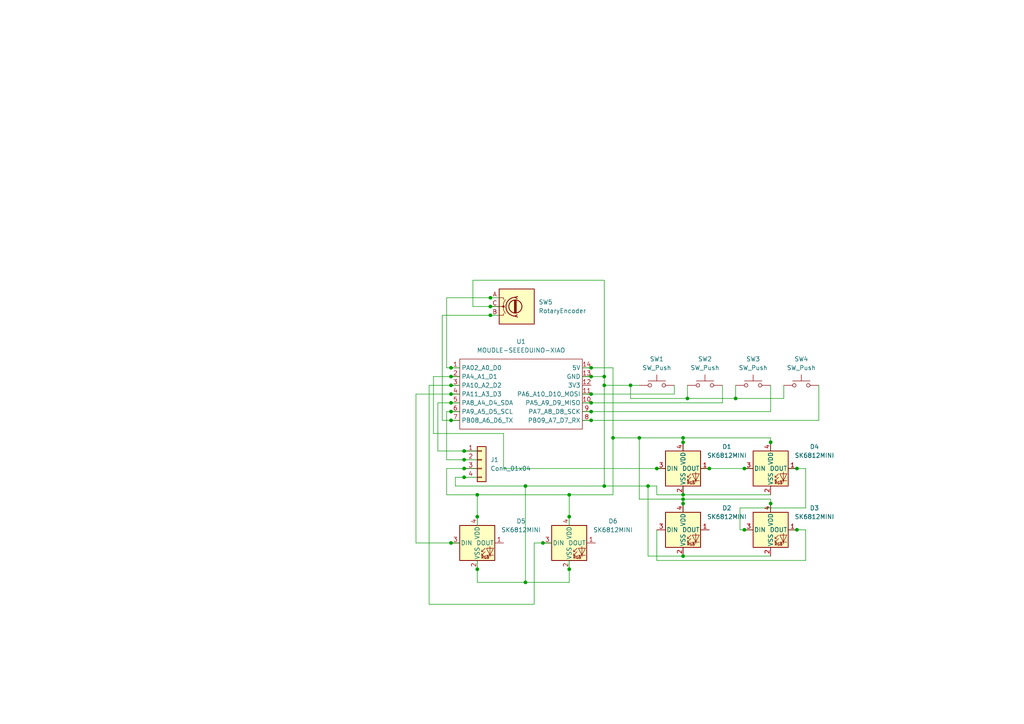
<source format=kicad_sch>
(kicad_sch (version 20231120) (generator "eeschema") (generator_version "8.0")
  (paper "A4")
  (lib_symbols
    (symbol "Connector_Generic:Conn_01x04" (pin_names (offset 1.016) hide)
      (property "Reference" "J" (at 0 5.08 0))
      (property "Value" "Conn_01x04" (at 0 -7.62 0))
      (symbol "Conn_01x04_1_1"
        (rectangle (start -1.27 -4.953) (end 0 -5.207) (stroke (width 0.1524)))
        (rectangle (start -1.27 -2.413) (end 0 -2.667) (stroke (width 0.1524)))
        (rectangle (start -1.27 0.127) (end 0 -0.127) (stroke (width 0.1524)))
        (rectangle (start -1.27 2.667) (end 0 2.413) (stroke (width 0.1524)))
        (rectangle (start -1.27 3.81) (end 1.27 -6.35) (stroke (width 0.254)) (fill (type background)))
        (pin passive line (at -5.08 2.54 0) (length 3.81) (name "Pin_1") (number "1"))
        (pin passive line (at -5.08 0 0) (length 3.81) (name "Pin_2") (number "2"))
        (pin passive line (at -5.08 -2.54 0) (length 3.81) (name "Pin_3") (number "3"))
        (pin passive line (at -5.08 -5.08 0) (length 3.81) (name "Pin_4") (number "4"))
      )
    )
    (symbol "Device:RotaryEncoder" (pin_names (offset 0.254) hide)
      (property "Reference" "SW" (at 0 6.604 0))
      (property "Value" "RotaryEncoder" (at 0 -6.604 0))
      (symbol "RotaryEncoder_0_1"
        (rectangle (start -5.08 5.08) (end 5.08 -5.08) (stroke (width 0.254)) (fill (type background)))
        (circle (center -3.81 0) (radius 0.254) (fill (type outline)))
        (circle (center -0.381 0) (radius 1.905) (stroke (width 0.254)))
        (arc (start -0.381 2.667) (mid -3.0988 -0.0635) (end -0.381 -2.794) (stroke (width 0.254)))
        (polyline (pts (xy -0.635 -1.778) (xy -0.635 1.778)) (stroke (width 0.254)))
        (polyline (pts (xy -0.381 -1.778) (xy -0.381 1.778)) (stroke (width 0.254)))
        (polyline (pts (xy -0.127 1.778) (xy -0.127 -1.778)) (stroke (width 0.254)))
        (polyline (pts (xy -5.08 -2.54) (xy -3.81 -2.54) (xy -3.81 -2.032)))
        (polyline (pts (xy -5.08 2.54) (xy -3.81 2.54) (xy -3.81 2.032)))
        (polyline (pts (xy 0.254 -3.048) (xy -0.508 -2.794) (xy 0.127 -2.413)) (stroke (width 0.254)))
        (polyline (pts (xy 0.254 2.921) (xy -0.508 2.667) (xy 0.127 2.286)) (stroke (width 0.254)))
        (polyline (pts (xy -5.08 0) (xy -3.81 0) (xy -3.81 -1.016) (xy -3.302 -2.032)))
        (polyline (pts (xy -4.318 0) (xy -3.81 0) (xy -3.81 1.016) (xy -3.302 2.032)))
      )
      (symbol "RotaryEncoder_1_1"
        (pin passive line (at -7.62 2.54 0) (length 2.54) (name "A") (number "A"))
        (pin passive line (at -7.62 -2.54 0) (length 2.54) (name "B") (number "B"))
        (pin passive line (at -7.62 0 0) (length 2.54) (name "C") (number "C"))
      )
    )
    (symbol "LED:SK6812MINI" (pin_names (offset 0.254))
      (property "Reference" "D" (at 5.08 5.715 0))
      (property "Value" "SK6812MINI" (at 1.27 -5.715 0))
      (symbol "SK6812MINI_0_0"
        (text "RGB" (at 2.286 -4.191 0) (effects (font (size 0.762 0.762))))
      )
      (symbol "SK6812MINI_0_1"
        (polyline (pts (xy 1.27 -3.556) (xy 1.778 -3.556)))
        (polyline (pts (xy 1.27 -2.54) (xy 1.778 -2.54)))
        (polyline (pts (xy 4.699 -3.556) (xy 2.667 -3.556)))
        (polyline (pts (xy 2.286 -2.54) (xy 1.27 -3.556) (xy 1.27 -3.048)))
        (polyline (pts (xy 2.286 -1.524) (xy 1.27 -2.54) (xy 1.27 -2.032)))
        (polyline (pts (xy 3.683 -1.016) (xy 3.683 -3.556) (xy 3.683 -4.064)))
        (polyline (pts (xy 4.699 -1.524) (xy 2.667 -1.524) (xy 3.683 -3.556) (xy 4.699 -1.524)))
        (rectangle (start 5.08 5.08) (end -5.08 -5.08) (stroke (width 0.254)) (fill (type background)))
      )
      (symbol "SK6812MINI_1_1"
        (pin output line (at 7.62 0 180) (length 2.54) (name "DOUT") (number "1"))
        (pin power_in line (at 0 -7.62 90) (length 2.54) (name "VSS") (number "2"))
        (pin input line (at -7.62 0 0) (length 2.54) (name "DIN") (number "3"))
        (pin power_in line (at 0 7.62 270) (length 2.54) (name "VDD") (number "4"))
      )
    )
    (symbol "Switch:SW_Push" (pin_numbers hide) (pin_names (offset 1.016) hide)
      (property "Reference" "SW" (at 1.27 2.54 0))
      (property "Value" "SW_Push" (at 0 -1.524 0))
      (symbol "SW_Push_0_1"
        (circle (center -2.032 0) (radius 0.508))
        (polyline (pts (xy 0 1.27) (xy 0 3.048)))
        (polyline (pts (xy 2.54 1.27) (xy -2.54 1.27)))
        (circle (center 2.032 0) (radius 0.508))
        (pin passive line (at -5.08 0 0) (length 2.54) (name "1") (number "1"))
        (pin passive line (at 5.08 0 180) (length 2.54) (name "2") (number "2"))
      )
    )
    (symbol "XIAO:MOUDLE-SEEEDUINO-XIAO"
      (property "Reference" "U" (at -16.51 11.43 0))
      (property "Value" "MOUDLE-SEEEDUINO-XIAO" (at -3.81 -11.43 0))
      (symbol "MOUDLE-SEEEDUINO-XIAO_0_1"
        (rectangle (start -16.51 10.16) (end 19.05 -10.16))
      )
      (symbol "MOUDLE-SEEEDUINO-XIAO_1_1"
        (pin passive line (at -19.05 7.62 0) (length 2.54) (name "PA02_A0_D0") (number "1"))
        (pin passive line (at 21.59 -2.54 180) (length 2.54) (name "PA5_A9_D9_MISO") (number "10"))
        (pin passive line (at 21.59 0 180) (length 2.54) (name "PA6_A10_D10_MOSI") (number "11"))
        (pin passive line (at 21.59 2.54 180) (length 2.54) (name "3V3") (number "12"))
        (pin passive line (at 21.59 5.08 180) (length 2.54) (name "GND") (number "13"))
        (pin passive line (at 21.59 7.62 180) (length 2.54) (name "5V") (number "14"))
        (pin passive line (at -19.05 5.08 0) (length 2.54) (name "PA4_A1_D1") (number "2"))
        (pin passive line (at -19.05 2.54 0) (length 2.54) (name "PA10_A2_D2") (number "3"))
        (pin passive line (at -19.05 0 0) (length 2.54) (name "PA11_A3_D3") (number "4"))
        (pin passive line (at -19.05 -2.54 0) (length 2.54) (name "PA8_A4_D4_SDA") (number "5"))
        (pin passive line (at -19.05 -5.08 0) (length 2.54) (name "PA9_A5_D5_SCL") (number "6"))
        (pin passive line (at -19.05 -7.62 0) (length 2.54) (name "PB08_A6_D6_TX") (number "7"))
        (pin passive line (at 21.59 -7.62 180) (length 2.54) (name "PB09_A7_D7_RX") (number "8"))
        (pin passive line (at 21.59 -5.08 180) (length 2.54) (name "PA7_A8_D8_SCK") (number "9"))
      )
    )
  )
  (junction (at 142.24 88.9))
  (junction (at 171.45 114.3))
  (junction (at 199.39 115.57))
  (junction (at 223.52 146.05))
  (junction (at 130.81 111.76))
  (junction (at 175.26 111.76))
  (junction (at 171.45 106.68))
  (junction (at 185.42 127))
  (junction (at 215.9 153.67))
  (junction (at 134.62 138.43))
  (junction (at 165.1 165.1))
  (junction (at 198.12 128.27))
  (junction (at 130.81 157.48))
  (junction (at 171.45 109.22))
  (junction (at 130.81 116.84))
  (junction (at 171.45 116.84))
  (junction (at 215.9 135.89))
  (junction (at 190.5 135.89))
  (junction (at 152.4 168.91))
  (junction (at 134.62 135.89))
  (junction (at 198.12 161.29))
  (junction (at 175.26 140.97))
  (junction (at 171.45 119.38))
  (junction (at 130.81 121.92))
  (junction (at 171.45 121.92))
  (junction (at 157.48 157.48))
  (junction (at 134.62 133.35))
  (junction (at 205.74 135.89))
  (junction (at 198.12 146.05))
  (junction (at 130.81 106.68))
  (junction (at 198.12 127))
  (junction (at 138.43 149.86))
  (junction (at 165.1 143.51))
  (junction (at 213.36 115.57))
  (junction (at 138.43 165.1))
  (junction (at 134.62 130.81))
  (junction (at 198.12 143.51))
  (junction (at 138.43 143.51))
  (junction (at 130.81 109.22))
  (junction (at 165.1 149.86))
  (junction (at 177.8 127))
  (junction (at 175.26 109.22))
  (junction (at 182.88 111.76))
  (junction (at 187.96 140.97))
  (junction (at 231.14 135.89))
  (junction (at 152.4 140.97))
  (junction (at 142.24 86.36))
  (junction (at 198.12 144.78))
  (junction (at 231.14 153.67))
  (junction (at 142.24 91.44))
  (junction (at 130.81 114.3))
  (junction (at 130.81 119.38))
  (junction (at 223.52 128.27))
  (wire (pts (xy 168.91 119.38) (xy 171.45 119.38)))
  (wire (pts (xy 175.26 109.22) (xy 175.26 111.76)))
  (wire (pts (xy 185.42 127) (xy 198.12 127)))
  (wire (pts (xy 138.43 138.43) (xy 134.62 138.43)))
  (wire (pts (xy 120.65 157.48) (xy 120.65 114.3)))
  (wire (pts (xy 190.5 135.89) (xy 146.05 135.89)))
  (wire (pts (xy 233.68 135.89) (xy 233.68 147.32)))
  (wire (pts (xy 205.74 135.89) (xy 215.9 135.89)))
  (wire (pts (xy 198.12 146.05) (xy 198.12 144.78)))
  (wire (pts (xy 144.78 91.44) (xy 142.24 91.44)))
  (wire (pts (xy 228.6 153.67) (xy 231.14 153.67)))
  (wire (pts (xy 146.05 125.73) (xy 125.73 125.73)))
  (wire (pts (xy 198.12 144.78) (xy 223.52 144.78)))
  (wire (pts (xy 177.8 127) (xy 185.42 127)))
  (wire (pts (xy 233.68 147.32) (xy 214.63 147.32)))
  (wire (pts (xy 187.96 140.97) (xy 175.26 140.97)))
  (wire (pts (xy 146.05 135.89) (xy 146.05 125.73)))
  (wire (pts (xy 128.27 121.92) (xy 130.81 121.92)))
  (wire (pts (xy 168.91 106.68) (xy 171.45 106.68)))
  (wire (pts (xy 134.62 138.43) (xy 132.08 138.43)))
  (wire (pts (xy 199.39 115.57) (xy 182.88 115.57)))
  (wire (pts (xy 228.6 135.89) (xy 231.14 135.89)))
  (wire (pts (xy 134.62 133.35) (xy 129.54 133.35)))
  (wire (pts (xy 129.54 86.36) (xy 129.54 106.68)))
  (wire (pts (xy 138.43 135.89) (xy 134.62 135.89)))
  (wire (pts (xy 129.54 135.89) (xy 129.54 143.51)))
  (wire (pts (xy 175.26 81.28) (xy 175.26 109.22)))
  (wire (pts (xy 214.63 147.32) (xy 214.63 153.67)))
  (wire (pts (xy 129.54 119.38) (xy 130.81 119.38)))
  (wire (pts (xy 154.94 157.48) (xy 154.94 175.26)))
  (wire (pts (xy 198.12 130.81) (xy 198.12 128.27)))
  (wire (pts (xy 152.4 168.91) (xy 165.1 168.91)))
  (wire (pts (xy 195.58 111.76) (xy 195.58 114.3)))
  (wire (pts (xy 190.5 143.51) (xy 190.5 140.97)))
  (wire (pts (xy 215.9 153.67) (xy 218.44 153.67)))
  (wire (pts (xy 182.88 111.76) (xy 175.26 111.76)))
  (wire (pts (xy 223.52 128.27) (xy 223.52 127)))
  (wire (pts (xy 223.52 111.76) (xy 223.52 119.38)))
  (wire (pts (xy 152.4 140.97) (xy 152.4 168.91)))
  (wire (pts (xy 138.43 162.56) (xy 138.43 165.1)))
  (wire (pts (xy 171.45 109.22) (xy 175.26 109.22)))
  (wire (pts (xy 199.39 111.76) (xy 199.39 115.57)))
  (wire (pts (xy 165.1 165.1) (xy 165.1 168.91)))
  (wire (pts (xy 214.63 153.67) (xy 215.9 153.67)))
  (wire (pts (xy 231.14 153.67) (xy 233.68 153.67)))
  (wire (pts (xy 171.45 106.68) (xy 177.8 106.68)))
  (wire (pts (xy 223.52 146.05) (xy 223.52 144.78)))
  (wire (pts (xy 190.5 140.97) (xy 187.96 140.97)))
  (wire (pts (xy 213.36 111.76) (xy 213.36 115.57)))
  (wire (pts (xy 198.12 127) (xy 223.52 127)))
  (wire (pts (xy 177.8 143.51) (xy 177.8 127)))
  (wire (pts (xy 154.94 175.26) (xy 124.46 175.26)))
  (wire (pts (xy 171.45 116.84) (xy 209.55 116.84)))
  (wire (pts (xy 233.68 162.56) (xy 190.5 162.56)))
  (wire (pts (xy 138.43 130.81) (xy 134.62 130.81)))
  (wire (pts (xy 187.96 140.97) (xy 187.96 161.29)))
  (wire (pts (xy 227.33 115.57) (xy 213.36 115.57)))
  (wire (pts (xy 137.16 88.9) (xy 137.16 81.28)))
  (wire (pts (xy 138.43 143.51) (xy 138.43 149.86)))
  (wire (pts (xy 198.12 128.27) (xy 198.12 127)))
  (wire (pts (xy 168.91 121.92) (xy 171.45 121.92)))
  (wire (pts (xy 130.81 157.48) (xy 120.65 157.48)))
  (wire (pts (xy 175.26 111.76) (xy 175.26 140.97)))
  (wire (pts (xy 198.12 148.59) (xy 198.12 146.05)))
  (wire (pts (xy 125.73 125.73) (xy 125.73 109.22)))
  (wire (pts (xy 129.54 143.51) (xy 138.43 143.51)))
  (wire (pts (xy 165.1 149.86) (xy 165.1 152.4)))
  (wire (pts (xy 130.81 121.92) (xy 133.35 121.92)))
  (wire (pts (xy 198.12 143.51) (xy 223.52 143.51)))
  (wire (pts (xy 142.24 88.9) (xy 137.16 88.9)))
  (wire (pts (xy 138.43 133.35) (xy 134.62 133.35)))
  (wire (pts (xy 128.27 91.44) (xy 128.27 121.92)))
  (wire (pts (xy 168.91 109.22) (xy 171.45 109.22)))
  (wire (pts (xy 185.42 111.76) (xy 182.88 111.76)))
  (wire (pts (xy 120.65 114.3) (xy 130.81 114.3)))
  (wire (pts (xy 190.5 162.56) (xy 190.5 153.67)))
  (wire (pts (xy 168.91 114.3) (xy 171.45 114.3)))
  (wire (pts (xy 185.42 144.78) (xy 185.42 127)))
  (wire (pts (xy 124.46 175.26) (xy 124.46 111.76)))
  (wire (pts (xy 129.54 133.35) (xy 129.54 119.38)))
  (wire (pts (xy 144.78 86.36) (xy 142.24 86.36)))
  (wire (pts (xy 138.43 168.91) (xy 152.4 168.91)))
  (wire (pts (xy 138.43 143.51) (xy 165.1 143.51)))
  (wire (pts (xy 134.62 130.81) (xy 127 130.81)))
  (wire (pts (xy 209.55 111.76) (xy 209.55 116.84)))
  (wire (pts (xy 227.33 111.76) (xy 227.33 115.57)))
  (wire (pts (xy 130.81 109.22) (xy 133.35 109.22)))
  (wire (pts (xy 129.54 106.68) (xy 130.81 106.68)))
  (wire (pts (xy 233.68 153.67) (xy 233.68 162.56)))
  (wire (pts (xy 127 130.81) (xy 127 116.84)))
  (wire (pts (xy 198.12 143.51) (xy 190.5 143.51)))
  (wire (pts (xy 132.08 140.97) (xy 152.4 140.97)))
  (wire (pts (xy 199.39 115.57) (xy 213.36 115.57)))
  (wire (pts (xy 223.52 130.81) (xy 223.52 128.27)))
  (wire (pts (xy 127 116.84) (xy 130.81 116.84)))
  (wire (pts (xy 198.12 140.97) (xy 198.12 143.51)))
  (wire (pts (xy 138.43 149.86) (xy 138.43 152.4)))
  (wire (pts (xy 171.45 119.38) (xy 223.52 119.38)))
  (wire (pts (xy 160.02 157.48) (xy 157.48 157.48)))
  (wire (pts (xy 171.45 121.92) (xy 237.49 121.92)))
  (wire (pts (xy 177.8 127) (xy 177.8 106.68)))
  (wire (pts (xy 144.78 88.9) (xy 142.24 88.9)))
  (wire (pts (xy 182.88 111.76) (xy 182.88 115.57)))
  (wire (pts (xy 130.81 106.68) (xy 133.35 106.68)))
  (wire (pts (xy 231.14 135.89) (xy 233.68 135.89)))
  (wire (pts (xy 168.91 116.84) (xy 171.45 116.84)))
  (wire (pts (xy 215.9 135.89) (xy 218.44 135.89)))
  (wire (pts (xy 193.04 135.89) (xy 190.5 135.89)))
  (wire (pts (xy 223.52 148.59) (xy 223.52 146.05)))
  (wire (pts (xy 198.12 161.29) (xy 187.96 161.29)))
  (wire (pts (xy 130.81 119.38) (xy 133.35 119.38)))
  (wire (pts (xy 198.12 144.78) (xy 185.42 144.78)))
  (wire (pts (xy 142.24 91.44) (xy 128.27 91.44)))
  (wire (pts (xy 130.81 116.84) (xy 133.35 116.84)))
  (wire (pts (xy 133.35 157.48) (xy 130.81 157.48)))
  (wire (pts (xy 132.08 138.43) (xy 132.08 140.97)))
  (wire (pts (xy 138.43 165.1) (xy 138.43 168.91)))
  (wire (pts (xy 130.81 111.76) (xy 133.35 111.76)))
  (wire (pts (xy 152.4 140.97) (xy 175.26 140.97)))
  (wire (pts (xy 125.73 109.22) (xy 130.81 109.22)))
  (wire (pts (xy 165.1 143.51) (xy 177.8 143.51)))
  (wire (pts (xy 130.81 114.3) (xy 133.35 114.3)))
  (wire (pts (xy 157.48 157.48) (xy 154.94 157.48)))
  (wire (pts (xy 198.12 161.29) (xy 223.52 161.29)))
  (wire (pts (xy 237.49 111.76) (xy 237.49 121.92)))
  (wire (pts (xy 203.2 135.89) (xy 205.74 135.89)))
  (wire (pts (xy 134.62 135.89) (xy 129.54 135.89)))
  (wire (pts (xy 171.45 114.3) (xy 195.58 114.3)))
  (wire (pts (xy 137.16 81.28) (xy 175.26 81.28)))
  (wire (pts (xy 142.24 86.36) (xy 129.54 86.36)))
  (wire (pts (xy 165.1 143.51) (xy 165.1 149.86)))
  (wire (pts (xy 124.46 111.76) (xy 130.81 111.76)))
  (wire (pts (xy 165.1 162.56) (xy 165.1 165.1)))
  (symbol (lib_id "Switch:SW_Push") (at 218.44 111.76 0) (unit 1)
    (property "Reference" "SW3" (at 218.44 104.14 0))
    (property "Value" "SW_Push" (at 218.44 106.68 0))
    (property "Footprint" "models:SW_Cherry_MX_1.00u_PCB" (effects (hide yes)))
    (property "Description" "Push button switch, generic, two pins" (effects (hide yes)))
  )
  (symbol (lib_id "LED:SK6812MINI") (at 138.43 157.48 0) (unit 1)
    (property "Reference" "D5" (at 151.13 151.1614 0))
    (property "Value" "SK6812MINI" (at 151.13 153.7014 0))
    (property "Footprint" "models:LED_SK6812MINI_PLCC4_3.5x3.5mm_P1.75mm" (effects (hide yes)))
    (property "Datasheet" "https://cdn-shop.adafruit.com/product-files/2686/SK6812MINI_REV.01-1-2.pdf" (effects (hide yes)))
    (property "Description" "RGB LED with integrated controller" (effects (hide yes)))
  )
  (symbol (lib_id "Device:RotaryEncoder") (at 149.86 88.9 0) (unit 1)
    (property "Reference" "SW5" (at 156.21 87.6299 0) (effects (justify left)))
    (property "Value" "RotaryEncoder" (at 156.21 90.1699 0) (effects (justify left)))
    (property "Footprint" "models:RotaryEncoder_Alps_EC11E-Switch_Vertical_H20mm" (effects (hide yes)))
    (property "Description" "Rotary encoder, dual channel, incremental quadrate outputs" (effects (hide yes)))
  )
  (symbol (lib_id "XIAO:MOUDLE-SEEEDUINO-XIAO") (at 149.86 114.3 0) (unit 1)
    (property "Reference" "U1" (at 151.13 99.06 0))
    (property "Value" "MOUDLE-SEEEDUINO-XIAO" (at 151.13 101.6 0))
    (property "Footprint" "models:XIAO-RP2040-SMD" (effects (hide yes)))
  )
  (symbol (lib_id "Switch:SW_Push") (at 204.47 111.76 0) (unit 1)
    (property "Reference" "SW2" (at 204.47 104.14 0))
    (property "Value" "SW_Push" (at 204.47 106.68 0))
    (property "Footprint" "models:SW_Cherry_MX_1.00u_PCB" (effects (hide yes)))
    (property "Description" "Push button switch, generic, two pins" (effects (hide yes)))
  )
  (symbol (lib_id "LED:SK6812MINI") (at 198.12 135.89 0) (unit 1)
    (property "Reference" "D1" (at 210.82 129.5714 0))
    (property "Value" "SK6812MINI" (at 210.82 132.1114 0))
    (property "Footprint" "models:LED_SK6812MINI_PLCC4_3.5x3.5mm_P1.75mm" (effects (hide yes)))
    (property "Datasheet" "https://cdn-shop.adafruit.com/product-files/2686/SK6812MINI_REV.01-1-2.pdf" (effects (hide yes)))
    (property "Description" "RGB LED with integrated controller" (effects (hide yes)))
  )
  (symbol (lib_id "LED:SK6812MINI") (at 223.52 135.89 0) (unit 1)
    (property "Reference" "D4" (at 236.22 129.5714 0))
    (property "Value" "SK6812MINI" (at 236.22 132.1114 0))
    (property "Footprint" "models:LED_SK6812MINI_PLCC4_3.5x3.5mm_P1.75mm" (effects (hide yes)))
    (property "Datasheet" "https://cdn-shop.adafruit.com/product-files/2686/SK6812MINI_REV.01-1-2.pdf" (effects (hide yes)))
    (property "Description" "RGB LED with integrated controller" (effects (hide yes)))
  )
  (symbol (lib_id "LED:SK6812MINI") (at 223.52 153.67 0) (unit 1)
    (property "Reference" "D3" (at 236.22 147.3514 0))
    (property "Value" "SK6812MINI" (at 236.22 149.8914 0))
    (property "Footprint" "models:LED_SK6812MINI_PLCC4_3.5x3.5mm_P1.75mm" (effects (hide yes)))
    (property "Datasheet" "https://cdn-shop.adafruit.com/product-files/2686/SK6812MINI_REV.01-1-2.pdf" (effects (hide yes)))
    (property "Description" "RGB LED with integrated controller" (effects (hide yes)))
  )
  (symbol (lib_id "Connector_Generic:Conn_01x04") (at 139.7 133.35 0) (unit 1)
    (property "Reference" "J1" (at 142.24 133.3499 0) (effects (justify left)))
    (property "Value" "Conn_01x04" (at 142.24 135.8899 0) (effects (justify left)))
    (property "Footprint" "models:MODULE_DM-OLED096-636" (effects (hide yes)))
    (property "Description" "Generic connector, single row, 01x04, script generated (kicad-library-utils/schlib/autogen/connector/)" (effects (hide yes)))
  )
  (symbol (lib_id "Switch:SW_Push") (at 190.5 111.76 0) (unit 1)
    (property "Reference" "SW1" (at 190.5 104.14 0))
    (property "Value" "SW_Push" (at 190.5 106.68 0))
    (property "Footprint" "models:SW_Cherry_MX_1.00u_PCB" (effects (hide yes)))
    (property "Description" "Push button switch, generic, two pins" (effects (hide yes)))
  )
  (symbol (lib_id "LED:SK6812MINI") (at 165.1 157.48 0) (unit 1)
    (property "Reference" "D6" (at 177.8 151.1614 0))
    (property "Value" "SK6812MINI" (at 177.8 153.7014 0))
    (property "Footprint" "models:LED_SK6812MINI_PLCC4_3.5x3.5mm_P1.75mm" (effects (hide yes)))
    (property "Datasheet" "https://cdn-shop.adafruit.com/product-files/2686/SK6812MINI_REV.01-1-2.pdf" (effects (hide yes)))
    (property "Description" "RGB LED with integrated controller" (effects (hide yes)))
  )
  (symbol (lib_id "Switch:SW_Push") (at 232.41 111.76 0) (unit 1)
    (property "Reference" "SW4" (at 232.41 104.14 0))
    (property "Value" "SW_Push" (at 232.41 106.68 0))
    (property "Footprint" "models:SW_Cherry_MX_1.00u_PCB" (effects (hide yes)))
    (property "Description" "Push button switch, generic, two pins" (effects (hide yes)))
  )
  (symbol (lib_id "LED:SK6812MINI") (at 198.12 153.67 0) (unit 1)
    (property "Reference" "D2" (at 210.82 147.3514 0))
    (property "Value" "SK6812MINI" (at 210.82 149.8914 0))
    (property "Footprint" "models:LED_SK6812MINI_PLCC4_3.5x3.5mm_P1.75mm" (effects (hide yes)))
    (property "Datasheet" "https://cdn-shop.adafruit.com/product-files/2686/SK6812MINI_REV.01-1-2.pdf" (effects (hide yes)))
    (property "Description" "RGB LED with integrated controller" (effects (hide yes)))
  )
)
</source>
